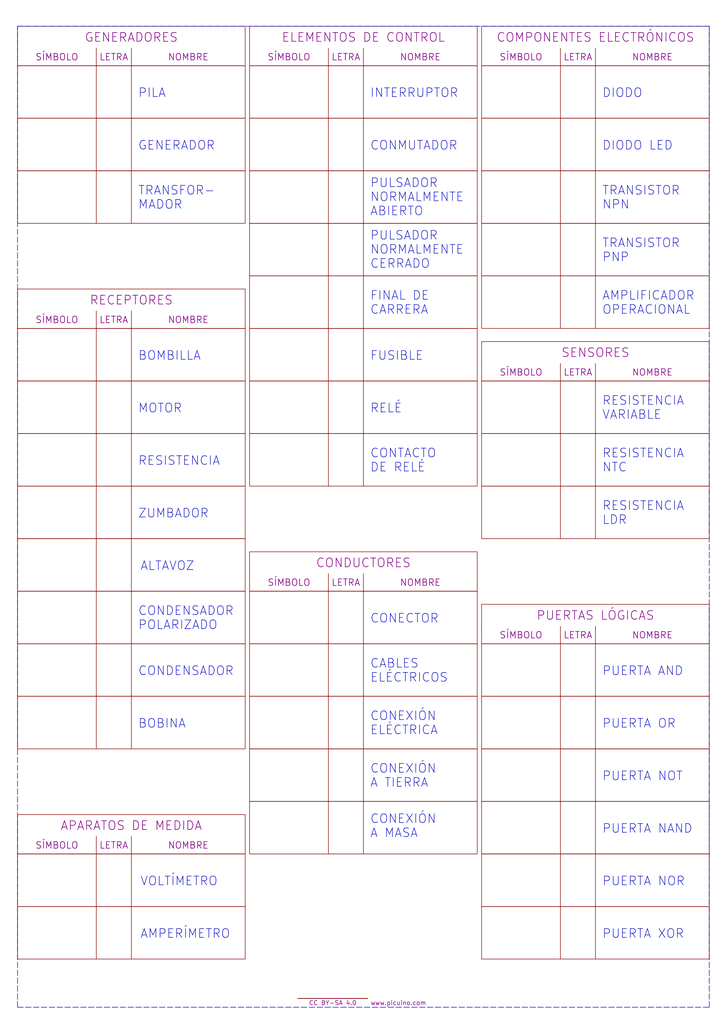
<source format=kicad_sch>
(kicad_sch (version 20211123) (generator eeschema)
  (paper "A4" portrait)
  (title_block (title "Símbolos eléctricos y electrónicos.") (date "23/10/2018") (company "www.picuino.com") (comment 1 "Copyright (c) 2018 by Carlos Pardo") (comment 2 "License CC BY-SA 4.0"))
  (lib_symbols
    (symbol "electric-simbolos-nombres-rescue:CopyRight-simbolos" (pin_names (offset 1.016))
      (property "License" "CC BY-SA 4.0" (at -1.27 -1.27 0))
      (property "Web" "www.picuino.com" (at 0 -1.27 0))
      (symbol "CopyRight-simbolos_0_1"
        (polyline (pts (xy -10.16 0) (xy 10.16 0)) (stroke (width 0.2032)))
      )
    )
    (symbol "electric-simbolos-nombres-rescue:marco_1-simbolos" (pin_names (offset 1.016))
      (symbol "marco_1-simbolos_0_1"
        (polyline (pts (xy 22.86 0) (xy 33.02 0) (xy 33.02 -15.24) (xy 22.86 -15.24)))
        (polyline (pts (xy 33.02 0) (xy 66.04 0) (xy 66.04 -15.24) (xy 33.02 -15.24)))
        (polyline (pts (xy 0 0) (xy 0 -15.24) (xy 22.86 -15.24) (xy 22.86 0) (xy 0 0)))
      )
    )
    (symbol "electric-simbolos-nombres-rescue:marco_2-simbolos" (pin_names (offset 1.016))
      (property "Field4" "TIPO" (at 33.02 -4.445 0))
      (property "Field5" "SÍMBOLO" (at 11.43 -11.43 0))
      (property "Field6" "LETRA" (at 27.94 -11.43 0))
      (property "Field7" "NOMBRE" (at 48.26 -11.43 0))
      (symbol "marco_2-simbolos_0_1"
        (polyline (pts (xy 22.86 -12.7) (xy 33.02 -12.7) (xy 33.02 -7.62)))
        (polyline (pts (xy 33.02 -12.7) (xy 66.04 -12.7) (xy 66.04 -7.62)))
        (polyline (pts (xy 0 -7.62) (xy 0 -12.7) (xy 22.86 -12.7) (xy 22.86 -7.62)))
        (polyline (pts (xy 66.04 -7.62) (xy 66.04 -1.27) (xy 0 -1.27) (xy 0 -7.62)))
      )
    )
  )
  (polyline (pts (xy 205.74 292.1) (xy 205.74 7.62)))
  (polyline (pts (xy 5.08 292.1) (xy 5.08 7.62)))
  (polyline (pts (xy 5.08 292.1) (xy 205.74 292.1)))
  (polyline (pts (xy 5.08 7.62) (xy 205.74 7.62)))
  (text "INTERRUPTOR" (at 107.315 28.575 0) (effects (font (size 2.54 2.54)) (justify left bottom)))
  (text "FUSIBLE" (at 107.315 104.775 0) (effects (font (size 2.54 2.54)) (justify left bottom)))
  (text "ZUMBADOR\n" (at 40.005 150.495 0) (effects (font (size 2.54 2.54)) (justify left bottom)))
  (text "PUERTA NAND" (at 174.625 241.935 0) (effects (font (size 2.54 2.54)) (justify left bottom)))
  (text "RELÉ" (at 107.315 120.015 0) (effects (font (size 2.54 2.54)) (justify left bottom)))
  (text "RESISTENCIA" (at 40.005 135.255 0) (effects (font (size 2.54 2.54)) (justify left bottom)))
  (text "MOTOR" (at 40.005 120.015 0) (effects (font (size 2.54 2.54)) (justify left bottom)))
  (text "AMPLIFICADOR\nOPERACIONAL\n" (at 174.625 91.44 0) (effects (font (size 2.54 2.54)) (justify left bottom)))
  (text "RESISTENCIA\nVARIABLE" (at 174.625 121.92 0) (effects (font (size 2.54 2.54)) (justify left bottom)))
  (text "PUERTA NOR" (at 174.625 257.175 0) (effects (font (size 2.54 2.54)) (justify left bottom)))
  (text "DIODO LED" (at 174.625 43.815 0) (effects (font (size 2.54 2.54)) (justify left bottom)))
  (text "TRANSISTOR\nNPN" (at 174.625 60.96 0) (effects (font (size 2.54 2.54)) (justify left bottom)))
  (text "TRANSISTOR\nPNP" (at 174.625 76.2 0) (effects (font (size 2.54 2.54)) (justify left bottom)))
  (text "TRANSFOR-\nMADOR" (at 40.005 60.96 0) (effects (font (size 2.54 2.54)) (justify left bottom)))
  (text "CONMUTADOR" (at 107.315 43.815 0) (effects (font (size 2.54 2.54)) (justify left bottom)))
  (text "CONEXIÓN\nELÉCTRICA\n" (at 107.315 213.36 0) (effects (font (size 2.54 2.54)) (justify left bottom)))
  (text "DIODO" (at 174.625 28.575 0) (effects (font (size 2.54 2.54)) (justify left bottom)))
  (text "VOLTÍMETRO" (at 40.64 257.175 0) (effects (font (size 2.54 2.54)) (justify left bottom)))
  (text "CONEXIÓN\nA MASA\n" (at 107.315 243.205 0) (effects (font (size 2.54 2.54)) (justify left bottom)))
  (text "BOMBILLA" (at 40.005 104.775 0) (effects (font (size 2.54 2.54)) (justify left bottom)))
  (text "BOBINA" (at 40.005 211.455 0) (effects (font (size 2.54 2.54)) (justify left bottom)))
  (text "CONDENSADOR" (at 40.005 196.215 0) (effects (font (size 2.54 2.54)) (justify left bottom)))
  (text "PUERTA AND" (at 174.625 196.215 0) (effects (font (size 2.54 2.54)) (justify left bottom)))
  (text "PUERTA OR" (at 174.625 211.455 0) (effects (font (size 2.54 2.54)) (justify left bottom)))
  (text "CONDENSADOR\nPOLARIZADO" (at 40.005 182.88 0) (effects (font (size 2.54 2.54)) (justify left bottom)))
  (text "GENERADOR" (at 40.005 43.815 0) (effects (font (size 2.54 2.54)) (justify left bottom)))
  (text "CABLES\nELÉCTRICOS\n" (at 107.315 198.12 0) (effects (font (size 2.54 2.54)) (justify left bottom)))
  (text "CONTACTO\nDE RELÉ" (at 107.315 137.16 0) (effects (font (size 2.54 2.54)) (justify left bottom)))
  (text "PUERTA NOT" (at 174.625 226.695 0) (effects (font (size 2.54 2.54)) (justify left bottom)))
  (text "RESISTENCIA\nLDR" (at 174.625 152.4 0) (effects (font (size 2.54 2.54)) (justify left bottom)))
  (text "CONEXIÓN\nA TIERRA\n" (at 107.315 228.6 0) (effects (font (size 2.54 2.54)) (justify left bottom)))
  (text "RESISTENCIA\nNTC" (at 174.625 137.16 0) (effects (font (size 2.54 2.54)) (justify left bottom)))
  (text "PULSADOR\nNORMALMENTE\nCERRADO" (at 107.315 78.105 0) (effects (font (size 2.54 2.54)) (justify left bottom)))
  (text "PILA" (at 40.005 28.575 0) (effects (font (size 2.54 2.54)) (justify left bottom)))
  (text "FINAL DE\nCARRERA" (at 107.315 91.44 0) (effects (font (size 2.54 2.54)) (justify left bottom)))
  (text "ALTAVOZ" (at 40.64 165.735 0) (effects (font (size 2.54 2.54)) (justify left bottom)))
  (text "PULSADOR\nNORMALMENTE\nABIERTO" (at 107.315 62.865 0) (effects (font (size 2.54 2.54)) (justify left bottom)))
  (text "PUERTA XOR" (at 174.625 272.415 0) (effects (font (size 2.54 2.54)) (justify left bottom)))
  (text "CONECTOR\n" (at 107.315 180.975 0) (effects (font (size 2.54 2.54)) (justify left bottom)))
  (text "AMPERÍMETRO" (at 40.64 272.415 0) (effects (font (size 2.54 2.54)) (justify left bottom)))
  (symbol (lib_id "electric-simbolos-nombres-rescue:marco_1-simbolos") (at 72.39 171.45 0) (unit 1)
    (property "Reference" "M?" (effects hide))
    (property "Value" "marco_1" (effects hide))
  )
  (symbol (lib_id "electric-simbolos-nombres-rescue:marco_1-simbolos") (at 72.39 186.69 0) (unit 1)
    (property "Reference" "M?" (effects hide))
    (property "Value" "marco_1" (effects hide))
  )
  (symbol (lib_id "electric-simbolos-nombres-rescue:marco_1-simbolos") (at 72.39 217.17 0) (unit 1)
    (property "Reference" "M?" (effects hide))
    (property "Value" "marco_1" (effects hide))
  )
  (symbol (lib_id "electric-simbolos-nombres-rescue:marco_1-simbolos") (at 72.39 232.41 0) (unit 1)
    (property "Reference" "M?" (effects hide))
    (property "Value" "marco_1" (effects hide))
  )
  (symbol (lib_id "electric-simbolos-nombres-rescue:marco_1-simbolos") (at 72.39 201.93 0) (unit 1)
    (property "Reference" "M?" (effects hide))
    (property "Value" "marco_1" (effects hide))
  )
  (symbol (lib_id "electric-simbolos-nombres-rescue:marco_1-simbolos") (at 139.7 186.69 0) (unit 1)
    (property "Reference" "M?" (effects hide))
    (property "Value" "marco_1" (effects hide))
  )
  (symbol (lib_id "electric-simbolos-nombres-rescue:marco_1-simbolos") (at 139.7 201.93 0) (unit 1)
    (property "Reference" "M?" (effects hide))
    (property "Value" "marco_1" (effects hide))
  )
  (symbol (lib_id "electric-simbolos-nombres-rescue:marco_1-simbolos") (at 139.7 217.17 0) (unit 1)
    (property "Reference" "M?" (effects hide))
    (property "Value" "marco_1" (effects hide))
  )
  (symbol (lib_id "electric-simbolos-nombres-rescue:marco_1-simbolos") (at 139.7 232.41 0) (unit 1)
    (property "Reference" "M?" (effects hide))
    (property "Value" "marco_1" (effects hide))
  )
  (symbol (lib_id "electric-simbolos-nombres-rescue:marco_1-simbolos") (at 139.7 247.65 0) (unit 1)
    (property "Reference" "M?" (effects hide))
    (property "Value" "marco_1" (effects hide))
  )
  (symbol (lib_id "electric-simbolos-nombres-rescue:marco_1-simbolos") (at 139.7 262.89 0) (unit 1)
    (property "Reference" "M?" (effects hide))
    (property "Value" "marco_1" (effects hide))
  )
  (symbol (lib_id "electric-simbolos-nombres-rescue:marco_1-simbolos") (at 139.7 110.49 0) (unit 1)
    (property "Reference" "M?" (effects hide))
    (property "Value" "marco_1" (effects hide))
  )
  (symbol (lib_id "electric-simbolos-nombres-rescue:marco_1-simbolos") (at 139.7 125.73 0) (unit 1)
    (property "Reference" "M?" (effects hide))
    (property "Value" "marco_1" (effects hide))
  )
  (symbol (lib_id "electric-simbolos-nombres-rescue:marco_1-simbolos") (at 139.7 140.97 0) (unit 1)
    (property "Reference" "M?" (effects hide))
    (property "Value" "marco_1" (effects hide))
  )
  (symbol (lib_id "electric-simbolos-nombres-rescue:marco_1-simbolos") (at 139.7 19.05 0) (unit 1)
    (property "Reference" "M?" (effects hide))
    (property "Value" "marco_1" (effects hide))
  )
  (symbol (lib_id "electric-simbolos-nombres-rescue:marco_1-simbolos") (at 139.7 34.29 0) (unit 1)
    (property "Reference" "M?" (effects hide))
    (property "Value" "marco_1" (effects hide))
  )
  (symbol (lib_id "electric-simbolos-nombres-rescue:marco_1-simbolos") (at 139.7 49.53 0) (unit 1)
    (property "Reference" "M?" (effects hide))
    (property "Value" "marco_1" (effects hide))
  )
  (symbol (lib_id "electric-simbolos-nombres-rescue:marco_1-simbolos") (at 139.7 64.77 0) (unit 1)
    (property "Reference" "M?" (effects hide))
    (property "Value" "marco_1" (effects hide))
  )
  (symbol (lib_id "electric-simbolos-nombres-rescue:CopyRight-simbolos") (at 96.52 289.56 0) (unit 1)
    (property "Reference" "CP?" (effects hide))
    (property "Value" "CopyRight" (effects hide))
    (property "License" "CC BY-SA 4.0" (at 96.52 290.83 0))
    (property "Web" "www.picuino.com" (at 115.57 290.83 0))
  )
  (symbol (lib_id "electric-simbolos-nombres-rescue:marco_1-simbolos") (at 139.7 80.01 0) (unit 1)
    (property "Reference" "M?" (effects hide))
    (property "Value" "marco_1" (effects hide))
  )
  (symbol (lib_id "electric-simbolos-nombres-rescue:marco_1-simbolos") (at 5.08 34.29 0) (unit 1)
    (property "Reference" "M?" (effects hide))
    (property "Value" "marco_1" (effects hide))
  )
  (symbol (lib_id "electric-simbolos-nombres-rescue:marco_1-simbolos") (at 5.08 49.53 0) (unit 1)
    (property "Reference" "M?" (effects hide))
    (property "Value" "marco_1" (effects hide))
  )
  (symbol (lib_id "electric-simbolos-nombres-rescue:marco_1-simbolos") (at 5.08 140.97 0) (unit 1)
    (property "Reference" "M?" (effects hide))
    (property "Value" "marco_1" (effects hide))
  )
  (symbol (lib_id "electric-simbolos-nombres-rescue:marco_1-simbolos") (at 5.08 247.65 0) (unit 1)
    (property "Reference" "M?" (effects hide))
    (property "Value" "marco_1" (effects hide))
  )
  (symbol (lib_id "electric-simbolos-nombres-rescue:marco_1-simbolos") (at 72.39 95.25 0) (unit 1)
    (property "Reference" "M?" (effects hide))
    (property "Value" "marco_1" (effects hide))
  )
  (symbol (lib_id "electric-simbolos-nombres-rescue:marco_1-simbolos") (at 5.08 262.89 0) (unit 1)
    (property "Reference" "M?" (effects hide))
    (property "Value" "marco_1" (effects hide))
  )
  (symbol (lib_id "electric-simbolos-nombres-rescue:marco_2-simbolos") (at 139.7 173.99 0) (unit 1)
    (property "Reference" "M?" (effects hide))
    (property "Value" "marco_2" (effects hide))
    (property "Campo4" "PUERTAS LÓGICAS" (at 172.72 178.435 0) (effects (font (size 2.54 2.54))))
    (property "Campo5" "SÍMBOLO" (at 151.13 184.15 0) (effects (font (size 1.905 1.905))))
    (property "Campo6" "LETRA" (at 167.64 184.15 0) (effects (font (size 1.905 1.905))))
    (property "Campo7" "NOMBRE" (at 189.23 184.15 0) (effects (font (size 1.905 1.905))))
  )
  (symbol (lib_id "electric-simbolos-nombres-rescue:marco_2-simbolos") (at 5.08 82.55 0) (unit 1)
    (property "Reference" "M?" (effects hide))
    (property "Value" "marco_2" (effects hide))
    (property "Campo4" "RECEPTORES" (at 38.1 86.995 0) (effects (font (size 2.54 2.54))))
    (property "Campo5" "SÍMBOLO" (at 16.51 92.71 0) (effects (font (size 1.905 1.905))))
    (property "Campo6" "LETRA" (at 33.02 92.71 0) (effects (font (size 1.905 1.905))))
    (property "Campo7" "NOMBRE" (at 54.61 92.71 0) (effects (font (size 1.905 1.905))))
  )
  (symbol (lib_id "electric-simbolos-nombres-rescue:marco_2-simbolos") (at 72.39 6.35 0) (unit 1)
    (property "Reference" "M?" (effects hide))
    (property "Value" "marco_2" (effects hide))
    (property "Campo4" "ELEMENTOS DE CONTROL" (at 105.41 10.795 0) (effects (font (size 2.54 2.54))))
    (property "Campo5" "SÍMBOLO" (at 83.82 16.51 0) (effects (font (size 1.905 1.905))))
    (property "Campo6" "LETRA" (at 100.33 16.51 0) (effects (font (size 1.905 1.905))))
    (property "Campo7" "NOMBRE" (at 121.92 16.51 0) (effects (font (size 1.905 1.905))))
  )
  (symbol (lib_id "electric-simbolos-nombres-rescue:marco_1-simbolos") (at 5.08 156.21 0) (unit 1)
    (property "Reference" "M?" (effects hide))
    (property "Value" "marco_1" (effects hide))
  )
  (symbol (lib_id "electric-simbolos-nombres-rescue:marco_1-simbolos") (at 5.08 110.49 0) (unit 1)
    (property "Reference" "M?" (effects hide))
    (property "Value" "marco_1" (effects hide))
  )
  (symbol (lib_id "electric-simbolos-nombres-rescue:marco_1-simbolos") (at 72.39 125.73 0) (unit 1)
    (property "Reference" "M?" (effects hide))
    (property "Value" "marco_1" (effects hide))
  )
  (symbol (lib_id "electric-simbolos-nombres-rescue:marco_1-simbolos") (at 72.39 19.05 0) (unit 1)
    (property "Reference" "M?" (effects hide))
    (property "Value" "marco_1" (effects hide))
  )
  (symbol (lib_id "electric-simbolos-nombres-rescue:marco_1-simbolos") (at 5.08 95.25 0) (unit 1)
    (property "Reference" "M?" (effects hide))
    (property "Value" "marco_1" (effects hide))
  )
  (symbol (lib_id "electric-simbolos-nombres-rescue:marco_1-simbolos") (at 5.08 186.69 0) (unit 1)
    (property "Reference" "M?" (effects hide))
    (property "Value" "marco_1" (effects hide))
  )
  (symbol (lib_id "electric-simbolos-nombres-rescue:marco_1-simbolos") (at 5.08 125.73 0) (unit 1)
    (property "Reference" "M?" (effects hide))
    (property "Value" "marco_1" (effects hide))
  )
  (symbol (lib_id "electric-simbolos-nombres-rescue:marco_1-simbolos") (at 72.39 49.53 0) (unit 1)
    (property "Reference" "M?" (effects hide))
    (property "Value" "marco_1" (effects hide))
  )
  (symbol (lib_id "electric-simbolos-nombres-rescue:marco_1-simbolos") (at 5.08 19.05 0) (unit 1)
    (property "Reference" "M?" (effects hide))
    (property "Value" "marco_1" (effects hide))
  )
  (symbol (lib_id "electric-simbolos-nombres-rescue:marco_1-simbolos") (at 72.39 80.01 0) (unit 1)
    (property "Reference" "M?" (effects hide))
    (property "Value" "marco_1" (effects hide))
  )
  (symbol (lib_id "electric-simbolos-nombres-rescue:marco_1-simbolos") (at 5.08 171.45 0) (unit 1)
    (property "Reference" "M?" (effects hide))
    (property "Value" "marco_1" (effects hide))
  )
  (symbol (lib_id "electric-simbolos-nombres-rescue:marco_2-simbolos") (at 5.08 234.95 0) (unit 1)
    (property "Reference" "M?" (effects hide))
    (property "Value" "marco_2" (effects hide))
    (property "Campo4" "APARATOS DE MEDIDA" (at 38.1 239.395 0) (effects (font (size 2.54 2.54))))
    (property "Campo5" "SÍMBOLO" (at 16.51 245.11 0) (effects (font (size 1.905 1.905))))
    (property "Campo6" "LETRA" (at 33.02 245.11 0) (effects (font (size 1.905 1.905))))
    (property "Campo7" "NOMBRE" (at 54.61 245.11 0) (effects (font (size 1.905 1.905))))
  )
  (symbol (lib_id "electric-simbolos-nombres-rescue:marco_2-simbolos") (at 72.39 158.75 0) (unit 1)
    (property "Reference" "M?" (effects hide))
    (property "Value" "marco_2" (effects hide))
    (property "Campo4" "CONDUCTORES" (at 105.41 163.195 0) (effects (font (size 2.54 2.54))))
    (property "Campo5" "SÍMBOLO" (at 83.82 168.91 0) (effects (font (size 1.905 1.905))))
    (property "Campo6" "LETRA" (at 100.33 168.91 0) (effects (font (size 1.905 1.905))))
    (property "Campo7" "NOMBRE" (at 121.92 168.91 0) (effects (font (size 1.905 1.905))))
  )
  (symbol (lib_id "electric-simbolos-nombres-rescue:marco_1-simbolos") (at 5.08 201.93 0) (unit 1)
    (property "Reference" "M?" (effects hide))
    (property "Value" "marco_1" (effects hide))
  )
  (symbol (lib_id "electric-simbolos-nombres-rescue:marco_1-simbolos") (at 72.39 34.29 0) (unit 1)
    (property "Reference" "M?" (effects hide))
    (property "Value" "marco_1" (effects hide))
  )
  (symbol (lib_id "electric-simbolos-nombres-rescue:marco_2-simbolos") (at 139.7 97.79 0) (unit 1)
    (property "Reference" "M?" (effects hide))
    (property "Value" "marco_2" (effects hide))
    (property "Campo4" "SENSORES" (at 172.72 102.235 0) (effects (font (size 2.54 2.54))))
    (property "Campo5" "SÍMBOLO" (at 151.13 107.95 0) (effects (font (size 1.905 1.905))))
    (property "Campo6" "LETRA" (at 167.64 107.95 0) (effects (font (size 1.905 1.905))))
    (property "Campo7" "NOMBRE" (at 189.23 107.95 0) (effects (font (size 1.905 1.905))))
  )
  (symbol (lib_id "electric-simbolos-nombres-rescue:marco_1-simbolos") (at 72.39 110.49 0) (unit 1)
    (property "Reference" "M?" (effects hide))
    (property "Value" "marco_1" (effects hide))
  )
  (symbol (lib_id "electric-simbolos-nombres-rescue:marco_1-simbolos") (at 72.39 64.77 0) (unit 1)
    (property "Reference" "M?" (effects hide))
    (property "Value" "marco_1" (effects hide))
  )
  (symbol (lib_id "electric-simbolos-nombres-rescue:marco_2-simbolos") (at 5.08 6.35 0) (unit 1)
    (property "Reference" "M?" (effects hide))
    (property "Value" "marco_2" (effects hide))
    (property "Campo4" "GENERADORES" (at 38.1 10.795 0) (effects (font (size 2.54 2.54))))
    (property "Campo5" "SÍMBOLO" (at 16.51 16.51 0) (effects (font (size 1.905 1.905))))
    (property "Campo6" "LETRA" (at 33.02 16.51 0) (effects (font (size 1.905 1.905))))
    (property "Campo7" "NOMBRE" (at 54.61 16.51 0) (effects (font (size 1.905 1.905))))
  )
  (symbol (lib_id "electric-simbolos-nombres-rescue:marco_2-simbolos") (at 139.7 6.35 0) (unit 1)
    (property "Reference" "M?" (effects hide))
    (property "Value" "marco_2" (effects hide))
    (property "Campo4" "COMPONENTES ELECTRÓNICOS" (at 172.72 10.795 0) (effects (font (size 2.54 2.54))))
    (property "Campo5" "SÍMBOLO" (at 151.13 16.51 0) (effects (font (size 1.905 1.905))))
    (property "Campo6" "LETRA" (at 167.64 16.51 0) (effects (font (size 1.905 1.905))))
    (property "Campo7" "NOMBRE" (at 189.23 16.51 0) (effects (font (size 1.905 1.905))))
  )
)
</source>
